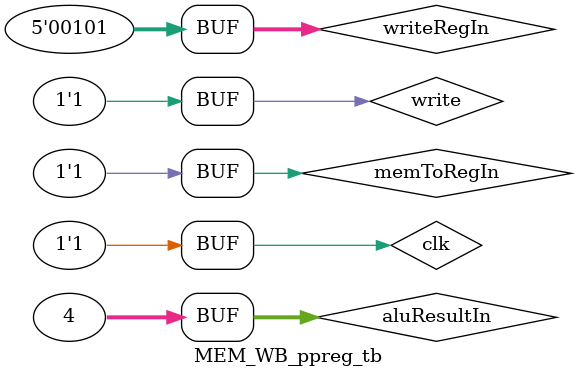
<source format=v>
module MEM_WB_ppreg (
	syscallOut, syscallIn,
	memDataOut, memDataIn, aluResultOut, aluResultIn,
	writeRegOut, writeRegIn,
	regWriteOut, regWriteIn, memToRegOut, memToRegIn,
	write, reset, clk);
	input write, reset, clk;
	input [31:0] memDataIn, aluResultIn;
	input [4:0] writeRegIn;
	input regWriteIn, memToRegIn;
	input syscallIn;
	output [31:0] memDataOut, aluResultOut;
	output [4:0] writeRegOut;
	output regWriteOut, memToRegOut;
	output syscallOut;

	register_32 memDataReg (memDataOut, memDataIn, write, reset, clk);
	register_32 aluResultReg (aluResultOut, aluResultIn, write, reset, clk);

	register_5 writeRegReg (writeRegOut, writeRegIn, write, reset, clk);

	D_FlipFlop regWriteFF	(regWriteOut, regWriteIn, write, reset, clk);
	D_FlipFlop memToRegFF	(memToRegOut, memToRegIn, write, reset, clk);

	D_FlipFlop syscallFF	(syscallOut, syscallIn, write, reset, clk);

endmodule

module MEM_WB_ppreg_tb ();
	reg write, reset, clk;
	reg [31:0] memDataIn, aluResultIn;
	reg [4:0] writeRegIn;
	reg regWriteIn, memToRegIn;
	reg syscallIn;
	wire [31:0] memDataOut, aluResultOut;
	wire [4:0] writeRegOut;
	wire regWriteOut, memToRegOut;
	wire syscallOut;

	MEM_WB_ppreg testPPreg (
		syscallOut, syscallIn,
		memDataOut, memDataIn, aluResultOut, aluResultIn,
		writeRegOut, writeRegIn,
		regWriteOut, regWriteIn, memToRegOut, memToRegIn,
		write, reset, clk);

	initial begin

		$monitor("ALU in: %h, ALU out: %h, writeReg in: %h, writeReg out: %h, memToRegIin: %b, memToReg out: %b", aluResultIn, aluResultOut, writeRegIn, writeRegOut, memToRegIn, memToRegOut);

		aluResultIn <= 32'd4;
		writeRegIn <= 5'd5;
		memToRegIn <= 1'b1;

		write <= 1;
		#5 clk <= 1;

	end

endmodule

</source>
